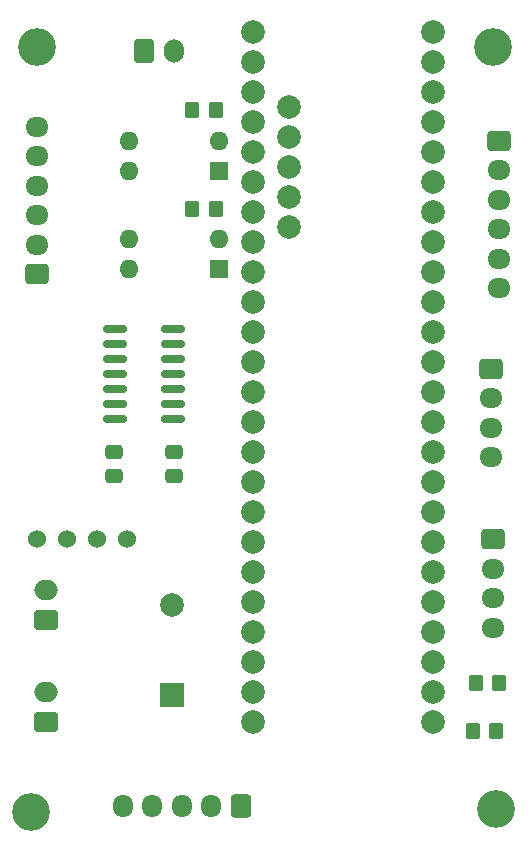
<source format=gbr>
%TF.GenerationSoftware,KiCad,Pcbnew,8.0.2-1*%
%TF.CreationDate,2024-12-19T12:27:28-05:00*%
%TF.ProjectId,Airbrake_ComputeBoard,41697262-7261-46b6-955f-436f6d707574,rev?*%
%TF.SameCoordinates,Original*%
%TF.FileFunction,Soldermask,Top*%
%TF.FilePolarity,Negative*%
%FSLAX46Y46*%
G04 Gerber Fmt 4.6, Leading zero omitted, Abs format (unit mm)*
G04 Created by KiCad (PCBNEW 8.0.2-1) date 2024-12-19 12:27:28*
%MOMM*%
%LPD*%
G01*
G04 APERTURE LIST*
G04 Aperture macros list*
%AMRoundRect*
0 Rectangle with rounded corners*
0 $1 Rounding radius*
0 $2 $3 $4 $5 $6 $7 $8 $9 X,Y pos of 4 corners*
0 Add a 4 corners polygon primitive as box body*
4,1,4,$2,$3,$4,$5,$6,$7,$8,$9,$2,$3,0*
0 Add four circle primitives for the rounded corners*
1,1,$1+$1,$2,$3*
1,1,$1+$1,$4,$5*
1,1,$1+$1,$6,$7*
1,1,$1+$1,$8,$9*
0 Add four rect primitives between the rounded corners*
20,1,$1+$1,$2,$3,$4,$5,0*
20,1,$1+$1,$4,$5,$6,$7,0*
20,1,$1+$1,$6,$7,$8,$9,0*
20,1,$1+$1,$8,$9,$2,$3,0*%
G04 Aperture macros list end*
%ADD10R,1.600000X1.600000*%
%ADD11O,1.600000X1.600000*%
%ADD12C,3.200000*%
%ADD13RoundRect,0.250000X0.600000X0.725000X-0.600000X0.725000X-0.600000X-0.725000X0.600000X-0.725000X0*%
%ADD14O,1.700000X1.950000*%
%ADD15RoundRect,0.150000X0.825000X0.150000X-0.825000X0.150000X-0.825000X-0.150000X0.825000X-0.150000X0*%
%ADD16C,2.000000*%
%ADD17R,2.000000X2.000000*%
%ADD18RoundRect,0.250000X0.350000X0.450000X-0.350000X0.450000X-0.350000X-0.450000X0.350000X-0.450000X0*%
%ADD19C,1.524000*%
%ADD20RoundRect,0.250000X-0.725000X0.600000X-0.725000X-0.600000X0.725000X-0.600000X0.725000X0.600000X0*%
%ADD21O,1.950000X1.700000*%
%ADD22RoundRect,0.250000X-0.475000X0.337500X-0.475000X-0.337500X0.475000X-0.337500X0.475000X0.337500X0*%
%ADD23RoundRect,0.250000X0.750000X-0.600000X0.750000X0.600000X-0.750000X0.600000X-0.750000X-0.600000X0*%
%ADD24O,2.000000X1.700000*%
%ADD25RoundRect,0.250000X0.725000X-0.600000X0.725000X0.600000X-0.725000X0.600000X-0.725000X-0.600000X0*%
%ADD26RoundRect,0.250000X-0.600000X-0.750000X0.600000X-0.750000X0.600000X0.750000X-0.600000X0.750000X0*%
%ADD27O,1.700000X2.000000*%
G04 APERTURE END LIST*
D10*
%TO.C,U3*%
X154295000Y-78110000D03*
D11*
X154295000Y-75570000D03*
X146675000Y-75570000D03*
X146675000Y-78110000D03*
%TD*%
D12*
%TO.C,H3*%
X138430000Y-132334000D03*
%TD*%
D13*
%TO.C,BlueRaven1*%
X156170000Y-131826000D03*
D14*
X153670000Y-131826000D03*
X151170000Y-131826000D03*
X148670000Y-131826000D03*
X146170000Y-131826000D03*
%TD*%
D15*
%TO.C,U2*%
X150430000Y-99060000D03*
X150430000Y-97790000D03*
X150430000Y-96520000D03*
X150430000Y-95250000D03*
X150430000Y-93980000D03*
X150430000Y-92710000D03*
X150430000Y-91440000D03*
X145480000Y-91440000D03*
X145480000Y-92710000D03*
X145480000Y-93980000D03*
X145480000Y-95250000D03*
X145480000Y-96520000D03*
X145480000Y-97790000D03*
X145480000Y-99060000D03*
%TD*%
D16*
%TO.C,Teensy4.1*%
X157226000Y-66294000D03*
X157226000Y-68834000D03*
X157226000Y-71374000D03*
X157226000Y-73914000D03*
X157226000Y-76454000D03*
X157226000Y-78994000D03*
X157226000Y-81534000D03*
X157226000Y-84074000D03*
X157226000Y-86614000D03*
X157226000Y-89154000D03*
X157226000Y-91694000D03*
X157226000Y-94234000D03*
X157226000Y-96774000D03*
X157226000Y-99314000D03*
X157226000Y-101854000D03*
X157226000Y-104394000D03*
X157226000Y-106934000D03*
X157226000Y-109474000D03*
X157226000Y-112014000D03*
X157226000Y-114554000D03*
X157226000Y-117094000D03*
X157226000Y-119634000D03*
X157226000Y-122174000D03*
X157226000Y-124714000D03*
X172466000Y-124714000D03*
X172466000Y-122174000D03*
X172466000Y-119634000D03*
X172466000Y-117094000D03*
X172466000Y-114554000D03*
X172466000Y-112014000D03*
X172466000Y-109474000D03*
X172466000Y-106934000D03*
X172466000Y-104394000D03*
X172466000Y-101854000D03*
X172466000Y-99314000D03*
X172466000Y-96774000D03*
X172466000Y-94234000D03*
X172466000Y-91694000D03*
X172466000Y-89154000D03*
X172466000Y-86614000D03*
X172466000Y-84074000D03*
X172466000Y-81534000D03*
X172466000Y-78994000D03*
X172466000Y-76454000D03*
X172466000Y-73914000D03*
X172466000Y-71374000D03*
X172466000Y-68834000D03*
X172466000Y-66294000D03*
X160276000Y-72644000D03*
X160276000Y-75184000D03*
X160276000Y-77724000D03*
X160276000Y-80264000D03*
X160276000Y-82804000D03*
%TD*%
D17*
%TO.C,BZ1*%
X150368000Y-122418000D03*
D16*
X150368000Y-114818000D03*
%TD*%
D18*
%TO.C,R2*%
X177800000Y-125476000D03*
X175800000Y-125476000D03*
%TD*%
D19*
%TO.C,Buck_Converter1*%
X138938000Y-109220000D03*
X141478000Y-109220000D03*
X144018000Y-109220000D03*
X146558000Y-109220000D03*
%TD*%
D20*
%TO.C,VN-100-1*%
X178054000Y-75518000D03*
D21*
X178054000Y-78018000D03*
X178054000Y-80518000D03*
X178054000Y-83018000D03*
X178054000Y-85518000D03*
X178054000Y-88018000D03*
%TD*%
D22*
%TO.C,C2*%
X145415000Y-101832500D03*
X145415000Y-103907500D03*
%TD*%
D23*
%TO.C,PowerSwitch1*%
X139700000Y-116058000D03*
D24*
X139700000Y-113558000D03*
%TD*%
D20*
%TO.C,SensorBoard1*%
X177546000Y-109260000D03*
D21*
X177546000Y-111760000D03*
X177546000Y-114260000D03*
X177546000Y-116760000D03*
%TD*%
D12*
%TO.C,H1*%
X138938000Y-67564000D03*
%TD*%
%TO.C,H4*%
X177800000Y-132080000D03*
%TD*%
D25*
%TO.C,MotorDriver1*%
X138938000Y-86828000D03*
D21*
X138938000Y-84328000D03*
X138938000Y-81828000D03*
X138938000Y-79328000D03*
X138938000Y-76828000D03*
X138938000Y-74328000D03*
%TD*%
D20*
%TO.C,MotorEncoder1*%
X177309000Y-94802000D03*
D21*
X177309000Y-97302000D03*
X177309000Y-99802000D03*
X177309000Y-102302000D03*
%TD*%
D10*
%TO.C,U1*%
X154295000Y-86365000D03*
D11*
X154295000Y-83825000D03*
X146675000Y-83825000D03*
X146675000Y-86365000D03*
%TD*%
D22*
%TO.C,C1*%
X150495000Y-101832500D03*
X150495000Y-103907500D03*
%TD*%
D18*
%TO.C,R1*%
X178054000Y-121412000D03*
X176054000Y-121412000D03*
%TD*%
%TO.C,R3*%
X154035000Y-72898000D03*
X152035000Y-72898000D03*
%TD*%
D23*
%TO.C,Battery1*%
X139683000Y-124694000D03*
D24*
X139683000Y-122194000D03*
%TD*%
D18*
%TO.C,R5*%
X154035000Y-81280000D03*
X152035000Y-81280000D03*
%TD*%
D12*
%TO.C,H2*%
X177546000Y-67564000D03*
%TD*%
D26*
%TO.C,LimitSwitch1*%
X147995000Y-67945000D03*
D27*
X150495000Y-67945000D03*
%TD*%
M02*

</source>
